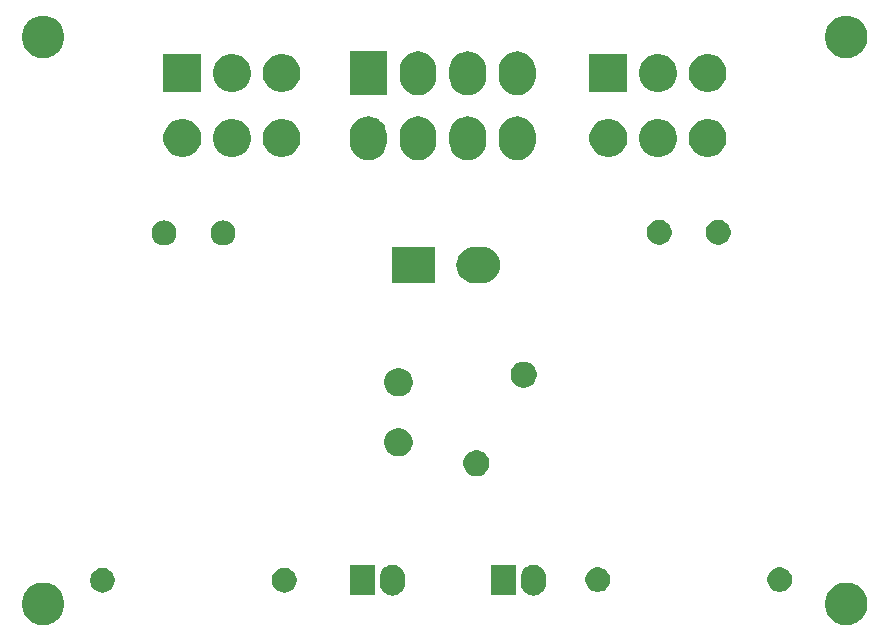
<source format=gbs>
G04 #@! TF.GenerationSoftware,KiCad,Pcbnew,(5.0.1)-3*
G04 #@! TF.CreationDate,2019-01-09T08:56:28+01:00*
G04 #@! TF.ProjectId,P300_HiVolt,503330305F4869566F6C742E6B696361,rev?*
G04 #@! TF.SameCoordinates,Original*
G04 #@! TF.FileFunction,Soldermask,Bot*
G04 #@! TF.FilePolarity,Negative*
%FSLAX46Y46*%
G04 Gerber Fmt 4.6, Leading zero omitted, Abs format (unit mm)*
G04 Created by KiCad (PCBNEW (5.0.1)-3) date 09.01.2019 08:56:28*
%MOMM*%
%LPD*%
G01*
G04 APERTURE LIST*
%ADD10C,0.100000*%
G04 APERTURE END LIST*
D10*
G36*
X154909122Y-110746115D02*
X155025041Y-110769173D01*
X155352620Y-110904861D01*
X155389875Y-110929754D01*
X155647436Y-111101851D01*
X155898149Y-111352564D01*
X156095140Y-111647382D01*
X156230827Y-111974960D01*
X156300000Y-112322714D01*
X156300000Y-112677286D01*
X156230827Y-113025040D01*
X156095140Y-113352618D01*
X155898149Y-113647436D01*
X155647436Y-113898149D01*
X155647433Y-113898151D01*
X155352620Y-114095139D01*
X155025041Y-114230827D01*
X154909122Y-114253885D01*
X154677286Y-114300000D01*
X154322714Y-114300000D01*
X154090878Y-114253885D01*
X153974959Y-114230827D01*
X153647380Y-114095139D01*
X153352567Y-113898151D01*
X153352564Y-113898149D01*
X153101851Y-113647436D01*
X152904860Y-113352618D01*
X152769173Y-113025040D01*
X152700000Y-112677286D01*
X152700000Y-112322714D01*
X152769173Y-111974960D01*
X152904860Y-111647382D01*
X153101851Y-111352564D01*
X153352564Y-111101851D01*
X153610125Y-110929754D01*
X153647380Y-110904861D01*
X153974959Y-110769173D01*
X154090878Y-110746115D01*
X154322714Y-110700000D01*
X154677286Y-110700000D01*
X154909122Y-110746115D01*
X154909122Y-110746115D01*
G37*
G36*
X86909122Y-110746115D02*
X87025041Y-110769173D01*
X87352620Y-110904861D01*
X87389875Y-110929754D01*
X87647436Y-111101851D01*
X87898149Y-111352564D01*
X88095140Y-111647382D01*
X88230827Y-111974960D01*
X88300000Y-112322714D01*
X88300000Y-112677286D01*
X88230827Y-113025040D01*
X88095140Y-113352618D01*
X87898149Y-113647436D01*
X87647436Y-113898149D01*
X87647433Y-113898151D01*
X87352620Y-114095139D01*
X87025041Y-114230827D01*
X86909122Y-114253885D01*
X86677286Y-114300000D01*
X86322714Y-114300000D01*
X86090878Y-114253885D01*
X85974959Y-114230827D01*
X85647380Y-114095139D01*
X85352567Y-113898151D01*
X85352564Y-113898149D01*
X85101851Y-113647436D01*
X84904860Y-113352618D01*
X84769173Y-113025040D01*
X84700000Y-112677286D01*
X84700000Y-112322714D01*
X84769173Y-111974960D01*
X84904860Y-111647382D01*
X85101851Y-111352564D01*
X85352564Y-111101851D01*
X85610125Y-110929754D01*
X85647380Y-110904861D01*
X85974959Y-110769173D01*
X86090878Y-110746115D01*
X86322714Y-110700000D01*
X86677286Y-110700000D01*
X86909122Y-110746115D01*
X86909122Y-110746115D01*
G37*
G36*
X128225756Y-109205482D02*
X128374970Y-109250746D01*
X128427455Y-109266667D01*
X128613336Y-109366022D01*
X128776265Y-109499735D01*
X128909978Y-109662663D01*
X129009333Y-109848544D01*
X129025254Y-109901029D01*
X129070518Y-110050243D01*
X129086000Y-110207436D01*
X129086000Y-110772563D01*
X129070518Y-110929756D01*
X129053043Y-110987362D01*
X129009333Y-111131455D01*
X128909978Y-111317337D01*
X128776265Y-111480265D01*
X128613337Y-111613978D01*
X128427456Y-111713333D01*
X128374971Y-111729254D01*
X128225757Y-111774518D01*
X128016000Y-111795177D01*
X127806244Y-111774518D01*
X127657030Y-111729254D01*
X127604545Y-111713333D01*
X127418664Y-111613978D01*
X127255736Y-111480265D01*
X127122024Y-111317338D01*
X127022666Y-111131453D01*
X127002271Y-111064220D01*
X126961482Y-110929757D01*
X126946000Y-110772564D01*
X126946000Y-110207437D01*
X126961482Y-110050244D01*
X127022666Y-109848549D01*
X127022667Y-109848545D01*
X127122022Y-109662664D01*
X127255735Y-109499735D01*
X127418663Y-109366022D01*
X127604544Y-109266667D01*
X127657029Y-109250746D01*
X127806243Y-109205482D01*
X128016000Y-109184823D01*
X128225756Y-109205482D01*
X128225756Y-109205482D01*
G37*
G36*
X116287756Y-109205482D02*
X116436970Y-109250746D01*
X116489455Y-109266667D01*
X116675336Y-109366022D01*
X116838265Y-109499735D01*
X116971978Y-109662663D01*
X117071333Y-109848544D01*
X117087254Y-109901029D01*
X117132518Y-110050243D01*
X117148000Y-110207436D01*
X117148000Y-110772563D01*
X117132518Y-110929756D01*
X117115043Y-110987362D01*
X117071333Y-111131455D01*
X116971978Y-111317337D01*
X116838265Y-111480265D01*
X116675337Y-111613978D01*
X116489456Y-111713333D01*
X116436971Y-111729254D01*
X116287757Y-111774518D01*
X116078000Y-111795177D01*
X115868244Y-111774518D01*
X115719030Y-111729254D01*
X115666545Y-111713333D01*
X115480664Y-111613978D01*
X115317736Y-111480265D01*
X115184024Y-111317338D01*
X115084666Y-111131453D01*
X115064271Y-111064220D01*
X115023482Y-110929757D01*
X115008000Y-110772564D01*
X115008000Y-110207437D01*
X115023482Y-110050244D01*
X115084666Y-109848549D01*
X115084667Y-109848545D01*
X115184022Y-109662664D01*
X115317735Y-109499735D01*
X115480663Y-109366022D01*
X115666544Y-109266667D01*
X115719029Y-109250746D01*
X115868243Y-109205482D01*
X116078000Y-109184823D01*
X116287756Y-109205482D01*
X116287756Y-109205482D01*
G37*
G36*
X114608000Y-111790000D02*
X112468000Y-111790000D01*
X112468000Y-109190000D01*
X114608000Y-109190000D01*
X114608000Y-111790000D01*
X114608000Y-111790000D01*
G37*
G36*
X126546000Y-111790000D02*
X124406000Y-111790000D01*
X124406000Y-109190000D01*
X126546000Y-109190000D01*
X126546000Y-111790000D01*
X126546000Y-111790000D01*
G37*
G36*
X107059888Y-109444470D02*
X107240274Y-109480350D01*
X107431362Y-109559502D01*
X107603336Y-109674411D01*
X107749589Y-109820664D01*
X107864498Y-109992638D01*
X107943650Y-110183726D01*
X107984000Y-110386584D01*
X107984000Y-110593416D01*
X107943650Y-110796274D01*
X107864498Y-110987362D01*
X107749589Y-111159336D01*
X107603336Y-111305589D01*
X107431362Y-111420498D01*
X107240274Y-111499650D01*
X107059888Y-111535530D01*
X107037417Y-111540000D01*
X106830583Y-111540000D01*
X106808112Y-111535530D01*
X106627726Y-111499650D01*
X106436638Y-111420498D01*
X106264664Y-111305589D01*
X106118411Y-111159336D01*
X106003502Y-110987362D01*
X105924350Y-110796274D01*
X105884000Y-110593416D01*
X105884000Y-110386584D01*
X105924350Y-110183726D01*
X106003502Y-109992638D01*
X106118411Y-109820664D01*
X106264664Y-109674411D01*
X106436638Y-109559502D01*
X106627726Y-109480350D01*
X106808112Y-109444470D01*
X106830583Y-109440000D01*
X107037417Y-109440000D01*
X107059888Y-109444470D01*
X107059888Y-109444470D01*
G37*
G36*
X91659888Y-109444470D02*
X91840274Y-109480350D01*
X92031362Y-109559502D01*
X92203336Y-109674411D01*
X92349589Y-109820664D01*
X92464498Y-109992638D01*
X92543650Y-110183726D01*
X92584000Y-110386584D01*
X92584000Y-110593416D01*
X92543650Y-110796274D01*
X92464498Y-110987362D01*
X92349589Y-111159336D01*
X92203336Y-111305589D01*
X92031362Y-111420498D01*
X91840274Y-111499650D01*
X91659888Y-111535530D01*
X91637417Y-111540000D01*
X91430583Y-111540000D01*
X91408112Y-111535530D01*
X91227726Y-111499650D01*
X91036638Y-111420498D01*
X90864664Y-111305589D01*
X90718411Y-111159336D01*
X90603502Y-110987362D01*
X90524350Y-110796274D01*
X90484000Y-110593416D01*
X90484000Y-110386584D01*
X90524350Y-110183726D01*
X90603502Y-109992638D01*
X90718411Y-109820664D01*
X90864664Y-109674411D01*
X91036638Y-109559502D01*
X91227726Y-109480350D01*
X91408112Y-109444470D01*
X91430583Y-109440000D01*
X91637417Y-109440000D01*
X91659888Y-109444470D01*
X91659888Y-109444470D01*
G37*
G36*
X133589888Y-109394470D02*
X133770274Y-109430350D01*
X133961362Y-109509502D01*
X134133336Y-109624411D01*
X134279589Y-109770664D01*
X134394498Y-109942638D01*
X134473650Y-110133726D01*
X134514000Y-110336584D01*
X134514000Y-110543416D01*
X134473650Y-110746274D01*
X134394498Y-110937362D01*
X134279589Y-111109336D01*
X134133336Y-111255589D01*
X133961362Y-111370498D01*
X133770274Y-111449650D01*
X133589888Y-111485530D01*
X133567417Y-111490000D01*
X133360583Y-111490000D01*
X133338112Y-111485530D01*
X133157726Y-111449650D01*
X132966638Y-111370498D01*
X132794664Y-111255589D01*
X132648411Y-111109336D01*
X132533502Y-110937362D01*
X132454350Y-110746274D01*
X132414000Y-110543416D01*
X132414000Y-110336584D01*
X132454350Y-110133726D01*
X132533502Y-109942638D01*
X132648411Y-109770664D01*
X132794664Y-109624411D01*
X132966638Y-109509502D01*
X133157726Y-109430350D01*
X133338112Y-109394470D01*
X133360583Y-109390000D01*
X133567417Y-109390000D01*
X133589888Y-109394470D01*
X133589888Y-109394470D01*
G37*
G36*
X148989888Y-109394470D02*
X149170274Y-109430350D01*
X149361362Y-109509502D01*
X149533336Y-109624411D01*
X149679589Y-109770664D01*
X149794498Y-109942638D01*
X149873650Y-110133726D01*
X149914000Y-110336584D01*
X149914000Y-110543416D01*
X149873650Y-110746274D01*
X149794498Y-110937362D01*
X149679589Y-111109336D01*
X149533336Y-111255589D01*
X149361362Y-111370498D01*
X149170274Y-111449650D01*
X148989888Y-111485530D01*
X148967417Y-111490000D01*
X148760583Y-111490000D01*
X148738112Y-111485530D01*
X148557726Y-111449650D01*
X148366638Y-111370498D01*
X148194664Y-111255589D01*
X148048411Y-111109336D01*
X147933502Y-110937362D01*
X147854350Y-110746274D01*
X147814000Y-110543416D01*
X147814000Y-110336584D01*
X147854350Y-110133726D01*
X147933502Y-109942638D01*
X148048411Y-109770664D01*
X148194664Y-109624411D01*
X148366638Y-109509502D01*
X148557726Y-109430350D01*
X148738112Y-109394470D01*
X148760583Y-109390000D01*
X148967417Y-109390000D01*
X148989888Y-109394470D01*
X148989888Y-109394470D01*
G37*
G36*
X123510857Y-99526272D02*
X123711042Y-99609191D01*
X123891213Y-99729578D01*
X124044422Y-99882787D01*
X124044424Y-99882790D01*
X124044425Y-99882791D01*
X124126751Y-100006000D01*
X124164809Y-100062958D01*
X124247728Y-100263143D01*
X124290000Y-100475658D01*
X124290000Y-100692342D01*
X124247728Y-100904857D01*
X124164809Y-101105042D01*
X124044422Y-101285213D01*
X123891213Y-101438422D01*
X123711042Y-101558809D01*
X123510857Y-101641728D01*
X123298342Y-101684000D01*
X123081658Y-101684000D01*
X122869143Y-101641728D01*
X122668958Y-101558809D01*
X122488787Y-101438422D01*
X122335578Y-101285213D01*
X122215191Y-101105042D01*
X122132272Y-100904857D01*
X122090000Y-100692342D01*
X122090000Y-100475658D01*
X122132272Y-100263143D01*
X122215191Y-100062958D01*
X122253249Y-100006000D01*
X122335575Y-99882791D01*
X122335576Y-99882790D01*
X122335578Y-99882787D01*
X122488787Y-99729578D01*
X122668958Y-99609191D01*
X122869143Y-99526272D01*
X123081658Y-99484000D01*
X123298342Y-99484000D01*
X123510857Y-99526272D01*
X123510857Y-99526272D01*
G37*
G36*
X116936026Y-97652115D02*
X117154412Y-97742573D01*
X117350958Y-97873901D01*
X117518099Y-98041042D01*
X117649427Y-98237588D01*
X117739885Y-98455974D01*
X117786000Y-98687809D01*
X117786000Y-98924191D01*
X117739885Y-99156026D01*
X117649427Y-99374412D01*
X117518099Y-99570958D01*
X117350958Y-99738099D01*
X117154412Y-99869427D01*
X116936026Y-99959885D01*
X116704191Y-100006000D01*
X116467809Y-100006000D01*
X116235974Y-99959885D01*
X116017588Y-99869427D01*
X115821042Y-99738099D01*
X115653901Y-99570958D01*
X115522573Y-99374412D01*
X115432115Y-99156026D01*
X115386000Y-98924191D01*
X115386000Y-98687809D01*
X115432115Y-98455974D01*
X115522573Y-98237588D01*
X115653901Y-98041042D01*
X115821042Y-97873901D01*
X116017588Y-97742573D01*
X116235974Y-97652115D01*
X116467809Y-97606000D01*
X116704191Y-97606000D01*
X116936026Y-97652115D01*
X116936026Y-97652115D01*
G37*
G36*
X116946026Y-92572115D02*
X117164412Y-92662573D01*
X117360958Y-92793901D01*
X117528099Y-92961042D01*
X117659427Y-93157588D01*
X117749885Y-93375974D01*
X117796000Y-93607809D01*
X117796000Y-93844191D01*
X117749885Y-94076026D01*
X117659427Y-94294412D01*
X117528099Y-94490958D01*
X117360958Y-94658099D01*
X117164412Y-94789427D01*
X116946026Y-94879885D01*
X116714191Y-94926000D01*
X116477809Y-94926000D01*
X116245974Y-94879885D01*
X116027588Y-94789427D01*
X115831042Y-94658099D01*
X115663901Y-94490958D01*
X115532573Y-94294412D01*
X115442115Y-94076026D01*
X115396000Y-93844191D01*
X115396000Y-93607809D01*
X115442115Y-93375974D01*
X115532573Y-93157588D01*
X115663901Y-92961042D01*
X115831042Y-92793901D01*
X116027588Y-92662573D01*
X116245974Y-92572115D01*
X116477809Y-92526000D01*
X116714191Y-92526000D01*
X116946026Y-92572115D01*
X116946026Y-92572115D01*
G37*
G36*
X127510857Y-92026272D02*
X127711042Y-92109191D01*
X127891213Y-92229578D01*
X128044422Y-92382787D01*
X128164809Y-92562958D01*
X128247728Y-92763143D01*
X128290000Y-92975658D01*
X128290000Y-93192342D01*
X128247728Y-93404857D01*
X128164809Y-93605042D01*
X128044422Y-93785213D01*
X127891213Y-93938422D01*
X127711042Y-94058809D01*
X127510857Y-94141728D01*
X127298342Y-94184000D01*
X127081658Y-94184000D01*
X126869143Y-94141728D01*
X126668958Y-94058809D01*
X126488787Y-93938422D01*
X126335578Y-93785213D01*
X126215191Y-93605042D01*
X126132272Y-93404857D01*
X126090000Y-93192342D01*
X126090000Y-92975658D01*
X126132272Y-92763143D01*
X126215191Y-92562958D01*
X126335578Y-92382787D01*
X126488787Y-92229578D01*
X126668958Y-92109191D01*
X126869143Y-92026272D01*
X127081658Y-91984000D01*
X127298342Y-91984000D01*
X127510857Y-92026272D01*
X127510857Y-92026272D01*
G37*
G36*
X123959854Y-82292427D02*
X124252027Y-82381058D01*
X124252029Y-82381059D01*
X124521300Y-82524987D01*
X124521302Y-82524988D01*
X124521301Y-82524988D01*
X124757318Y-82718682D01*
X124951012Y-82954699D01*
X125094942Y-83223973D01*
X125183573Y-83516146D01*
X125213499Y-83820000D01*
X125183573Y-84123854D01*
X125094942Y-84416027D01*
X125094941Y-84416029D01*
X124951013Y-84685300D01*
X124757318Y-84921318D01*
X124521300Y-85115013D01*
X124252029Y-85258941D01*
X124252027Y-85258942D01*
X123959854Y-85347573D01*
X123732142Y-85370000D01*
X122979858Y-85370000D01*
X122752146Y-85347573D01*
X122459973Y-85258942D01*
X122459971Y-85258941D01*
X122190700Y-85115013D01*
X121954682Y-84921318D01*
X121760987Y-84685300D01*
X121617059Y-84416029D01*
X121617058Y-84416027D01*
X121528427Y-84123854D01*
X121498501Y-83820000D01*
X121528427Y-83516146D01*
X121617058Y-83223973D01*
X121760988Y-82954699D01*
X121954682Y-82718682D01*
X122190699Y-82524988D01*
X122190698Y-82524988D01*
X122190700Y-82524987D01*
X122459971Y-82381059D01*
X122459973Y-82381058D01*
X122752146Y-82292427D01*
X122979858Y-82270000D01*
X123732142Y-82270000D01*
X123959854Y-82292427D01*
X123959854Y-82292427D01*
G37*
G36*
X119706000Y-85370000D02*
X116006000Y-85370000D01*
X116006000Y-82270000D01*
X119706000Y-82270000D01*
X119706000Y-85370000D01*
X119706000Y-85370000D01*
G37*
G36*
X101859888Y-80044470D02*
X102040274Y-80080350D01*
X102231362Y-80159502D01*
X102403336Y-80274411D01*
X102549589Y-80420664D01*
X102664498Y-80592638D01*
X102743650Y-80783726D01*
X102784000Y-80986584D01*
X102784000Y-81193416D01*
X102743650Y-81396274D01*
X102664498Y-81587362D01*
X102549589Y-81759336D01*
X102403336Y-81905589D01*
X102231362Y-82020498D01*
X102040274Y-82099650D01*
X101859888Y-82135530D01*
X101837417Y-82140000D01*
X101630583Y-82140000D01*
X101608112Y-82135530D01*
X101427726Y-82099650D01*
X101236638Y-82020498D01*
X101064664Y-81905589D01*
X100918411Y-81759336D01*
X100803502Y-81587362D01*
X100724350Y-81396274D01*
X100684000Y-81193416D01*
X100684000Y-80986584D01*
X100724350Y-80783726D01*
X100803502Y-80592638D01*
X100918411Y-80420664D01*
X101064664Y-80274411D01*
X101236638Y-80159502D01*
X101427726Y-80080350D01*
X101608112Y-80044470D01*
X101630583Y-80040000D01*
X101837417Y-80040000D01*
X101859888Y-80044470D01*
X101859888Y-80044470D01*
G37*
G36*
X96859888Y-80044470D02*
X97040274Y-80080350D01*
X97231362Y-80159502D01*
X97403336Y-80274411D01*
X97549589Y-80420664D01*
X97664498Y-80592638D01*
X97743650Y-80783726D01*
X97784000Y-80986584D01*
X97784000Y-81193416D01*
X97743650Y-81396274D01*
X97664498Y-81587362D01*
X97549589Y-81759336D01*
X97403336Y-81905589D01*
X97231362Y-82020498D01*
X97040274Y-82099650D01*
X96859888Y-82135530D01*
X96837417Y-82140000D01*
X96630583Y-82140000D01*
X96608112Y-82135530D01*
X96427726Y-82099650D01*
X96236638Y-82020498D01*
X96064664Y-81905589D01*
X95918411Y-81759336D01*
X95803502Y-81587362D01*
X95724350Y-81396274D01*
X95684000Y-81193416D01*
X95684000Y-80986584D01*
X95724350Y-80783726D01*
X95803502Y-80592638D01*
X95918411Y-80420664D01*
X96064664Y-80274411D01*
X96236638Y-80159502D01*
X96427726Y-80080350D01*
X96608112Y-80044470D01*
X96630583Y-80040000D01*
X96837417Y-80040000D01*
X96859888Y-80044470D01*
X96859888Y-80044470D01*
G37*
G36*
X143789888Y-79994470D02*
X143970274Y-80030350D01*
X144161362Y-80109502D01*
X144333336Y-80224411D01*
X144479589Y-80370664D01*
X144594498Y-80542638D01*
X144673650Y-80733726D01*
X144714000Y-80936584D01*
X144714000Y-81143416D01*
X144673650Y-81346274D01*
X144594498Y-81537362D01*
X144479589Y-81709336D01*
X144333336Y-81855589D01*
X144161362Y-81970498D01*
X143970274Y-82049650D01*
X143789888Y-82085530D01*
X143767417Y-82090000D01*
X143560583Y-82090000D01*
X143538112Y-82085530D01*
X143357726Y-82049650D01*
X143166638Y-81970498D01*
X142994664Y-81855589D01*
X142848411Y-81709336D01*
X142733502Y-81537362D01*
X142654350Y-81346274D01*
X142614000Y-81143416D01*
X142614000Y-80936584D01*
X142654350Y-80733726D01*
X142733502Y-80542638D01*
X142848411Y-80370664D01*
X142994664Y-80224411D01*
X143166638Y-80109502D01*
X143357726Y-80030350D01*
X143538112Y-79994470D01*
X143560583Y-79990000D01*
X143767417Y-79990000D01*
X143789888Y-79994470D01*
X143789888Y-79994470D01*
G37*
G36*
X138789888Y-79994470D02*
X138970274Y-80030350D01*
X139161362Y-80109502D01*
X139333336Y-80224411D01*
X139479589Y-80370664D01*
X139594498Y-80542638D01*
X139673650Y-80733726D01*
X139714000Y-80936584D01*
X139714000Y-81143416D01*
X139673650Y-81346274D01*
X139594498Y-81537362D01*
X139479589Y-81709336D01*
X139333336Y-81855589D01*
X139161362Y-81970498D01*
X138970274Y-82049650D01*
X138789888Y-82085530D01*
X138767417Y-82090000D01*
X138560583Y-82090000D01*
X138538112Y-82085530D01*
X138357726Y-82049650D01*
X138166638Y-81970498D01*
X137994664Y-81855589D01*
X137848411Y-81709336D01*
X137733502Y-81537362D01*
X137654350Y-81346274D01*
X137614000Y-81143416D01*
X137614000Y-80936584D01*
X137654350Y-80733726D01*
X137733502Y-80542638D01*
X137848411Y-80370664D01*
X137994664Y-80224411D01*
X138166638Y-80109502D01*
X138357726Y-80030350D01*
X138538112Y-79994470D01*
X138560583Y-79990000D01*
X138767417Y-79990000D01*
X138789888Y-79994470D01*
X138789888Y-79994470D01*
G37*
G36*
X126949853Y-71236427D02*
X127242026Y-71325058D01*
X127511301Y-71468988D01*
X127580144Y-71525486D01*
X127747318Y-71662682D01*
X127941013Y-71898700D01*
X128018707Y-72044056D01*
X128084942Y-72167973D01*
X128173573Y-72460146D01*
X128196000Y-72687858D01*
X128196000Y-73440141D01*
X128173573Y-73667848D01*
X128173572Y-73667851D01*
X128173572Y-73667852D01*
X128084941Y-73960029D01*
X127941013Y-74229300D01*
X127747318Y-74465318D01*
X127511300Y-74659013D01*
X127242029Y-74802941D01*
X127242027Y-74802942D01*
X126949854Y-74891573D01*
X126646000Y-74921499D01*
X126342147Y-74891573D01*
X126049974Y-74802942D01*
X125780699Y-74659012D01*
X125544682Y-74465318D01*
X125350987Y-74229300D01*
X125207059Y-73960029D01*
X125207058Y-73960027D01*
X125118427Y-73667854D01*
X125096000Y-73440142D01*
X125096000Y-72687859D01*
X125118427Y-72460147D01*
X125207058Y-72167974D01*
X125350988Y-71898699D01*
X125544682Y-71662682D01*
X125780699Y-71468988D01*
X125780698Y-71468988D01*
X125780700Y-71468987D01*
X126049971Y-71325059D01*
X126049973Y-71325058D01*
X126342146Y-71236427D01*
X126646000Y-71206501D01*
X126949853Y-71236427D01*
X126949853Y-71236427D01*
G37*
G36*
X114349853Y-71236427D02*
X114642026Y-71325058D01*
X114911301Y-71468988D01*
X114980144Y-71525486D01*
X115147318Y-71662682D01*
X115341013Y-71898700D01*
X115418707Y-72044056D01*
X115484942Y-72167973D01*
X115573573Y-72460146D01*
X115596000Y-72687858D01*
X115596000Y-73440141D01*
X115573573Y-73667848D01*
X115573572Y-73667851D01*
X115573572Y-73667852D01*
X115484941Y-73960029D01*
X115341013Y-74229300D01*
X115147318Y-74465318D01*
X114911300Y-74659013D01*
X114642029Y-74802941D01*
X114642027Y-74802942D01*
X114349854Y-74891573D01*
X114046000Y-74921499D01*
X113742147Y-74891573D01*
X113449974Y-74802942D01*
X113180699Y-74659012D01*
X112944682Y-74465318D01*
X112750987Y-74229300D01*
X112607059Y-73960029D01*
X112607058Y-73960027D01*
X112518427Y-73667854D01*
X112496000Y-73440142D01*
X112496000Y-72687859D01*
X112518427Y-72460147D01*
X112607058Y-72167974D01*
X112750988Y-71898699D01*
X112944682Y-71662682D01*
X113180699Y-71468988D01*
X113180698Y-71468988D01*
X113180700Y-71468987D01*
X113449971Y-71325059D01*
X113449973Y-71325058D01*
X113742146Y-71236427D01*
X114046000Y-71206501D01*
X114349853Y-71236427D01*
X114349853Y-71236427D01*
G37*
G36*
X122749853Y-71236427D02*
X123042026Y-71325058D01*
X123311301Y-71468988D01*
X123380144Y-71525486D01*
X123547318Y-71662682D01*
X123741013Y-71898700D01*
X123818707Y-72044056D01*
X123884942Y-72167973D01*
X123973573Y-72460146D01*
X123996000Y-72687858D01*
X123996000Y-73440141D01*
X123973573Y-73667848D01*
X123973572Y-73667851D01*
X123973572Y-73667852D01*
X123884941Y-73960029D01*
X123741013Y-74229300D01*
X123547318Y-74465318D01*
X123311300Y-74659013D01*
X123042029Y-74802941D01*
X123042027Y-74802942D01*
X122749854Y-74891573D01*
X122446000Y-74921499D01*
X122142147Y-74891573D01*
X121849974Y-74802942D01*
X121580699Y-74659012D01*
X121344682Y-74465318D01*
X121150987Y-74229300D01*
X121007059Y-73960029D01*
X121007058Y-73960027D01*
X120918427Y-73667854D01*
X120896000Y-73440142D01*
X120896000Y-72687859D01*
X120918427Y-72460147D01*
X121007058Y-72167974D01*
X121150988Y-71898699D01*
X121344682Y-71662682D01*
X121580699Y-71468988D01*
X121580698Y-71468988D01*
X121580700Y-71468987D01*
X121849971Y-71325059D01*
X121849973Y-71325058D01*
X122142146Y-71236427D01*
X122446000Y-71206501D01*
X122749853Y-71236427D01*
X122749853Y-71236427D01*
G37*
G36*
X118549853Y-71236427D02*
X118842026Y-71325058D01*
X119111301Y-71468988D01*
X119180144Y-71525486D01*
X119347318Y-71662682D01*
X119541013Y-71898700D01*
X119618707Y-72044056D01*
X119684942Y-72167973D01*
X119773573Y-72460146D01*
X119796000Y-72687858D01*
X119796000Y-73440141D01*
X119773573Y-73667848D01*
X119773572Y-73667851D01*
X119773572Y-73667852D01*
X119684941Y-73960029D01*
X119541013Y-74229300D01*
X119347318Y-74465318D01*
X119111300Y-74659013D01*
X118842029Y-74802941D01*
X118842027Y-74802942D01*
X118549854Y-74891573D01*
X118246000Y-74921499D01*
X117942147Y-74891573D01*
X117649974Y-74802942D01*
X117380699Y-74659012D01*
X117144682Y-74465318D01*
X116950987Y-74229300D01*
X116807059Y-73960029D01*
X116807058Y-73960027D01*
X116718427Y-73667854D01*
X116696000Y-73440142D01*
X116696000Y-72687859D01*
X116718427Y-72460147D01*
X116807058Y-72167974D01*
X116950988Y-71898699D01*
X117144682Y-71662682D01*
X117380699Y-71468988D01*
X117380698Y-71468988D01*
X117380700Y-71468987D01*
X117649971Y-71325059D01*
X117649973Y-71325058D01*
X117942146Y-71236427D01*
X118246000Y-71206501D01*
X118549853Y-71236427D01*
X118549853Y-71236427D01*
G37*
G36*
X107164703Y-71525486D02*
X107455883Y-71646097D01*
X107717944Y-71821201D01*
X107940799Y-72044056D01*
X108115903Y-72306117D01*
X108236514Y-72597297D01*
X108298000Y-72906412D01*
X108298000Y-73221588D01*
X108236514Y-73530703D01*
X108115903Y-73821883D01*
X107940799Y-74083944D01*
X107717944Y-74306799D01*
X107455883Y-74481903D01*
X107164703Y-74602514D01*
X106855588Y-74664000D01*
X106540412Y-74664000D01*
X106231297Y-74602514D01*
X105940117Y-74481903D01*
X105678056Y-74306799D01*
X105455201Y-74083944D01*
X105280097Y-73821883D01*
X105159486Y-73530703D01*
X105098000Y-73221588D01*
X105098000Y-72906412D01*
X105159486Y-72597297D01*
X105280097Y-72306117D01*
X105455201Y-72044056D01*
X105678056Y-71821201D01*
X105940117Y-71646097D01*
X106231297Y-71525486D01*
X106540412Y-71464000D01*
X106855588Y-71464000D01*
X107164703Y-71525486D01*
X107164703Y-71525486D01*
G37*
G36*
X134832703Y-71525486D02*
X135123883Y-71646097D01*
X135385944Y-71821201D01*
X135608799Y-72044056D01*
X135783903Y-72306117D01*
X135904514Y-72597297D01*
X135966000Y-72906412D01*
X135966000Y-73221588D01*
X135904514Y-73530703D01*
X135783903Y-73821883D01*
X135608799Y-74083944D01*
X135385944Y-74306799D01*
X135123883Y-74481903D01*
X134832703Y-74602514D01*
X134523588Y-74664000D01*
X134208412Y-74664000D01*
X133899297Y-74602514D01*
X133608117Y-74481903D01*
X133346056Y-74306799D01*
X133123201Y-74083944D01*
X132948097Y-73821883D01*
X132827486Y-73530703D01*
X132766000Y-73221588D01*
X132766000Y-72906412D01*
X132827486Y-72597297D01*
X132948097Y-72306117D01*
X133123201Y-72044056D01*
X133346056Y-71821201D01*
X133608117Y-71646097D01*
X133899297Y-71525486D01*
X134208412Y-71464000D01*
X134523588Y-71464000D01*
X134832703Y-71525486D01*
X134832703Y-71525486D01*
G37*
G36*
X102964703Y-71525486D02*
X103255883Y-71646097D01*
X103517944Y-71821201D01*
X103740799Y-72044056D01*
X103915903Y-72306117D01*
X104036514Y-72597297D01*
X104098000Y-72906412D01*
X104098000Y-73221588D01*
X104036514Y-73530703D01*
X103915903Y-73821883D01*
X103740799Y-74083944D01*
X103517944Y-74306799D01*
X103255883Y-74481903D01*
X102964703Y-74602514D01*
X102655588Y-74664000D01*
X102340412Y-74664000D01*
X102031297Y-74602514D01*
X101740117Y-74481903D01*
X101478056Y-74306799D01*
X101255201Y-74083944D01*
X101080097Y-73821883D01*
X100959486Y-73530703D01*
X100898000Y-73221588D01*
X100898000Y-72906412D01*
X100959486Y-72597297D01*
X101080097Y-72306117D01*
X101255201Y-72044056D01*
X101478056Y-71821201D01*
X101740117Y-71646097D01*
X102031297Y-71525486D01*
X102340412Y-71464000D01*
X102655588Y-71464000D01*
X102964703Y-71525486D01*
X102964703Y-71525486D01*
G37*
G36*
X143232703Y-71525486D02*
X143523883Y-71646097D01*
X143785944Y-71821201D01*
X144008799Y-72044056D01*
X144183903Y-72306117D01*
X144304514Y-72597297D01*
X144366000Y-72906412D01*
X144366000Y-73221588D01*
X144304514Y-73530703D01*
X144183903Y-73821883D01*
X144008799Y-74083944D01*
X143785944Y-74306799D01*
X143523883Y-74481903D01*
X143232703Y-74602514D01*
X142923588Y-74664000D01*
X142608412Y-74664000D01*
X142299297Y-74602514D01*
X142008117Y-74481903D01*
X141746056Y-74306799D01*
X141523201Y-74083944D01*
X141348097Y-73821883D01*
X141227486Y-73530703D01*
X141166000Y-73221588D01*
X141166000Y-72906412D01*
X141227486Y-72597297D01*
X141348097Y-72306117D01*
X141523201Y-72044056D01*
X141746056Y-71821201D01*
X142008117Y-71646097D01*
X142299297Y-71525486D01*
X142608412Y-71464000D01*
X142923588Y-71464000D01*
X143232703Y-71525486D01*
X143232703Y-71525486D01*
G37*
G36*
X139032703Y-71525486D02*
X139323883Y-71646097D01*
X139585944Y-71821201D01*
X139808799Y-72044056D01*
X139983903Y-72306117D01*
X140104514Y-72597297D01*
X140166000Y-72906412D01*
X140166000Y-73221588D01*
X140104514Y-73530703D01*
X139983903Y-73821883D01*
X139808799Y-74083944D01*
X139585944Y-74306799D01*
X139323883Y-74481903D01*
X139032703Y-74602514D01*
X138723588Y-74664000D01*
X138408412Y-74664000D01*
X138099297Y-74602514D01*
X137808117Y-74481903D01*
X137546056Y-74306799D01*
X137323201Y-74083944D01*
X137148097Y-73821883D01*
X137027486Y-73530703D01*
X136966000Y-73221588D01*
X136966000Y-72906412D01*
X137027486Y-72597297D01*
X137148097Y-72306117D01*
X137323201Y-72044056D01*
X137546056Y-71821201D01*
X137808117Y-71646097D01*
X138099297Y-71525486D01*
X138408412Y-71464000D01*
X138723588Y-71464000D01*
X139032703Y-71525486D01*
X139032703Y-71525486D01*
G37*
G36*
X98764703Y-71525486D02*
X99055883Y-71646097D01*
X99317944Y-71821201D01*
X99540799Y-72044056D01*
X99715903Y-72306117D01*
X99836514Y-72597297D01*
X99898000Y-72906412D01*
X99898000Y-73221588D01*
X99836514Y-73530703D01*
X99715903Y-73821883D01*
X99540799Y-74083944D01*
X99317944Y-74306799D01*
X99055883Y-74481903D01*
X98764703Y-74602514D01*
X98455588Y-74664000D01*
X98140412Y-74664000D01*
X97831297Y-74602514D01*
X97540117Y-74481903D01*
X97278056Y-74306799D01*
X97055201Y-74083944D01*
X96880097Y-73821883D01*
X96759486Y-73530703D01*
X96698000Y-73221588D01*
X96698000Y-72906412D01*
X96759486Y-72597297D01*
X96880097Y-72306117D01*
X97055201Y-72044056D01*
X97278056Y-71821201D01*
X97540117Y-71646097D01*
X97831297Y-71525486D01*
X98140412Y-71464000D01*
X98455588Y-71464000D01*
X98764703Y-71525486D01*
X98764703Y-71525486D01*
G37*
G36*
X122749853Y-65736427D02*
X123042026Y-65825058D01*
X123311301Y-65968988D01*
X123465018Y-66095140D01*
X123547318Y-66162682D01*
X123741013Y-66398700D01*
X123818707Y-66544056D01*
X123884942Y-66667973D01*
X123973573Y-66960146D01*
X123996000Y-67187858D01*
X123996000Y-67940141D01*
X123973573Y-68167848D01*
X123973572Y-68167851D01*
X123973572Y-68167852D01*
X123884941Y-68460029D01*
X123741013Y-68729300D01*
X123547318Y-68965318D01*
X123311300Y-69159013D01*
X123042029Y-69302941D01*
X123042027Y-69302942D01*
X122749854Y-69391573D01*
X122446000Y-69421499D01*
X122142147Y-69391573D01*
X121849974Y-69302942D01*
X121580699Y-69159012D01*
X121344682Y-68965318D01*
X121150987Y-68729300D01*
X121007059Y-68460029D01*
X121007058Y-68460027D01*
X120918427Y-68167854D01*
X120896000Y-67940142D01*
X120896000Y-67187859D01*
X120918427Y-66960147D01*
X121007058Y-66667974D01*
X121150988Y-66398699D01*
X121344682Y-66162682D01*
X121580699Y-65968988D01*
X121580698Y-65968988D01*
X121580700Y-65968987D01*
X121849971Y-65825059D01*
X121849973Y-65825058D01*
X122142146Y-65736427D01*
X122446000Y-65706501D01*
X122749853Y-65736427D01*
X122749853Y-65736427D01*
G37*
G36*
X118549853Y-65736427D02*
X118842026Y-65825058D01*
X119111301Y-65968988D01*
X119265018Y-66095140D01*
X119347318Y-66162682D01*
X119541013Y-66398700D01*
X119618707Y-66544056D01*
X119684942Y-66667973D01*
X119773573Y-66960146D01*
X119796000Y-67187858D01*
X119796000Y-67940141D01*
X119773573Y-68167848D01*
X119773572Y-68167851D01*
X119773572Y-68167852D01*
X119684941Y-68460029D01*
X119541013Y-68729300D01*
X119347318Y-68965318D01*
X119111300Y-69159013D01*
X118842029Y-69302941D01*
X118842027Y-69302942D01*
X118549854Y-69391573D01*
X118246000Y-69421499D01*
X117942147Y-69391573D01*
X117649974Y-69302942D01*
X117380699Y-69159012D01*
X117144682Y-68965318D01*
X116950987Y-68729300D01*
X116807059Y-68460029D01*
X116807058Y-68460027D01*
X116718427Y-68167854D01*
X116696000Y-67940142D01*
X116696000Y-67187859D01*
X116718427Y-66960147D01*
X116807058Y-66667974D01*
X116950988Y-66398699D01*
X117144682Y-66162682D01*
X117380699Y-65968988D01*
X117380698Y-65968988D01*
X117380700Y-65968987D01*
X117649971Y-65825059D01*
X117649973Y-65825058D01*
X117942146Y-65736427D01*
X118246000Y-65706501D01*
X118549853Y-65736427D01*
X118549853Y-65736427D01*
G37*
G36*
X126949853Y-65736427D02*
X127242026Y-65825058D01*
X127511301Y-65968988D01*
X127665018Y-66095140D01*
X127747318Y-66162682D01*
X127941013Y-66398700D01*
X128018707Y-66544056D01*
X128084942Y-66667973D01*
X128173573Y-66960146D01*
X128196000Y-67187858D01*
X128196000Y-67940141D01*
X128173573Y-68167848D01*
X128173572Y-68167851D01*
X128173572Y-68167852D01*
X128084941Y-68460029D01*
X127941013Y-68729300D01*
X127747318Y-68965318D01*
X127511300Y-69159013D01*
X127242029Y-69302941D01*
X127242027Y-69302942D01*
X126949854Y-69391573D01*
X126646000Y-69421499D01*
X126342147Y-69391573D01*
X126049974Y-69302942D01*
X125780699Y-69159012D01*
X125544682Y-68965318D01*
X125350987Y-68729300D01*
X125207059Y-68460029D01*
X125207058Y-68460027D01*
X125118427Y-68167854D01*
X125096000Y-67940142D01*
X125096000Y-67187859D01*
X125118427Y-66960147D01*
X125207058Y-66667974D01*
X125350988Y-66398699D01*
X125544682Y-66162682D01*
X125780699Y-65968988D01*
X125780698Y-65968988D01*
X125780700Y-65968987D01*
X126049971Y-65825059D01*
X126049973Y-65825058D01*
X126342146Y-65736427D01*
X126646000Y-65706501D01*
X126949853Y-65736427D01*
X126949853Y-65736427D01*
G37*
G36*
X115596000Y-69414000D02*
X112496000Y-69414000D01*
X112496000Y-65714000D01*
X115596000Y-65714000D01*
X115596000Y-69414000D01*
X115596000Y-69414000D01*
G37*
G36*
X135966000Y-69164000D02*
X132766000Y-69164000D01*
X132766000Y-65964000D01*
X135966000Y-65964000D01*
X135966000Y-69164000D01*
X135966000Y-69164000D01*
G37*
G36*
X107164703Y-66025486D02*
X107455883Y-66146097D01*
X107717944Y-66321201D01*
X107940799Y-66544056D01*
X108115903Y-66806117D01*
X108236514Y-67097297D01*
X108298000Y-67406412D01*
X108298000Y-67721588D01*
X108236514Y-68030703D01*
X108115903Y-68321883D01*
X107940799Y-68583944D01*
X107717944Y-68806799D01*
X107455883Y-68981903D01*
X107164703Y-69102514D01*
X106855588Y-69164000D01*
X106540412Y-69164000D01*
X106231297Y-69102514D01*
X105940117Y-68981903D01*
X105678056Y-68806799D01*
X105455201Y-68583944D01*
X105280097Y-68321883D01*
X105159486Y-68030703D01*
X105098000Y-67721588D01*
X105098000Y-67406412D01*
X105159486Y-67097297D01*
X105280097Y-66806117D01*
X105455201Y-66544056D01*
X105678056Y-66321201D01*
X105940117Y-66146097D01*
X106231297Y-66025486D01*
X106540412Y-65964000D01*
X106855588Y-65964000D01*
X107164703Y-66025486D01*
X107164703Y-66025486D01*
G37*
G36*
X102964703Y-66025486D02*
X103255883Y-66146097D01*
X103517944Y-66321201D01*
X103740799Y-66544056D01*
X103915903Y-66806117D01*
X104036514Y-67097297D01*
X104098000Y-67406412D01*
X104098000Y-67721588D01*
X104036514Y-68030703D01*
X103915903Y-68321883D01*
X103740799Y-68583944D01*
X103517944Y-68806799D01*
X103255883Y-68981903D01*
X102964703Y-69102514D01*
X102655588Y-69164000D01*
X102340412Y-69164000D01*
X102031297Y-69102514D01*
X101740117Y-68981903D01*
X101478056Y-68806799D01*
X101255201Y-68583944D01*
X101080097Y-68321883D01*
X100959486Y-68030703D01*
X100898000Y-67721588D01*
X100898000Y-67406412D01*
X100959486Y-67097297D01*
X101080097Y-66806117D01*
X101255201Y-66544056D01*
X101478056Y-66321201D01*
X101740117Y-66146097D01*
X102031297Y-66025486D01*
X102340412Y-65964000D01*
X102655588Y-65964000D01*
X102964703Y-66025486D01*
X102964703Y-66025486D01*
G37*
G36*
X99898000Y-69164000D02*
X96698000Y-69164000D01*
X96698000Y-65964000D01*
X99898000Y-65964000D01*
X99898000Y-69164000D01*
X99898000Y-69164000D01*
G37*
G36*
X143232703Y-66025486D02*
X143523883Y-66146097D01*
X143785944Y-66321201D01*
X144008799Y-66544056D01*
X144183903Y-66806117D01*
X144304514Y-67097297D01*
X144366000Y-67406412D01*
X144366000Y-67721588D01*
X144304514Y-68030703D01*
X144183903Y-68321883D01*
X144008799Y-68583944D01*
X143785944Y-68806799D01*
X143523883Y-68981903D01*
X143232703Y-69102514D01*
X142923588Y-69164000D01*
X142608412Y-69164000D01*
X142299297Y-69102514D01*
X142008117Y-68981903D01*
X141746056Y-68806799D01*
X141523201Y-68583944D01*
X141348097Y-68321883D01*
X141227486Y-68030703D01*
X141166000Y-67721588D01*
X141166000Y-67406412D01*
X141227486Y-67097297D01*
X141348097Y-66806117D01*
X141523201Y-66544056D01*
X141746056Y-66321201D01*
X142008117Y-66146097D01*
X142299297Y-66025486D01*
X142608412Y-65964000D01*
X142923588Y-65964000D01*
X143232703Y-66025486D01*
X143232703Y-66025486D01*
G37*
G36*
X139032703Y-66025486D02*
X139323883Y-66146097D01*
X139585944Y-66321201D01*
X139808799Y-66544056D01*
X139983903Y-66806117D01*
X140104514Y-67097297D01*
X140166000Y-67406412D01*
X140166000Y-67721588D01*
X140104514Y-68030703D01*
X139983903Y-68321883D01*
X139808799Y-68583944D01*
X139585944Y-68806799D01*
X139323883Y-68981903D01*
X139032703Y-69102514D01*
X138723588Y-69164000D01*
X138408412Y-69164000D01*
X138099297Y-69102514D01*
X137808117Y-68981903D01*
X137546056Y-68806799D01*
X137323201Y-68583944D01*
X137148097Y-68321883D01*
X137027486Y-68030703D01*
X136966000Y-67721588D01*
X136966000Y-67406412D01*
X137027486Y-67097297D01*
X137148097Y-66806117D01*
X137323201Y-66544056D01*
X137546056Y-66321201D01*
X137808117Y-66146097D01*
X138099297Y-66025486D01*
X138408412Y-65964000D01*
X138723588Y-65964000D01*
X139032703Y-66025486D01*
X139032703Y-66025486D01*
G37*
G36*
X154909122Y-62746115D02*
X155025041Y-62769173D01*
X155352620Y-62904861D01*
X155643511Y-63099228D01*
X155647436Y-63101851D01*
X155898149Y-63352564D01*
X156095140Y-63647382D01*
X156230827Y-63974960D01*
X156300000Y-64322714D01*
X156300000Y-64677286D01*
X156230827Y-65025040D01*
X156095140Y-65352618D01*
X155898149Y-65647436D01*
X155647436Y-65898149D01*
X155647433Y-65898151D01*
X155352620Y-66095139D01*
X155025041Y-66230827D01*
X154909122Y-66253885D01*
X154677286Y-66300000D01*
X154322714Y-66300000D01*
X154090878Y-66253885D01*
X153974959Y-66230827D01*
X153647380Y-66095139D01*
X153352567Y-65898151D01*
X153352564Y-65898149D01*
X153101851Y-65647436D01*
X152904860Y-65352618D01*
X152769173Y-65025040D01*
X152700000Y-64677286D01*
X152700000Y-64322714D01*
X152769173Y-63974960D01*
X152904860Y-63647382D01*
X153101851Y-63352564D01*
X153352564Y-63101851D01*
X153356489Y-63099228D01*
X153647380Y-62904861D01*
X153974959Y-62769173D01*
X154090878Y-62746115D01*
X154322714Y-62700000D01*
X154677286Y-62700000D01*
X154909122Y-62746115D01*
X154909122Y-62746115D01*
G37*
G36*
X86909122Y-62746115D02*
X87025041Y-62769173D01*
X87352620Y-62904861D01*
X87643511Y-63099228D01*
X87647436Y-63101851D01*
X87898149Y-63352564D01*
X88095140Y-63647382D01*
X88230827Y-63974960D01*
X88300000Y-64322714D01*
X88300000Y-64677286D01*
X88230827Y-65025040D01*
X88095140Y-65352618D01*
X87898149Y-65647436D01*
X87647436Y-65898149D01*
X87647433Y-65898151D01*
X87352620Y-66095139D01*
X87025041Y-66230827D01*
X86909122Y-66253885D01*
X86677286Y-66300000D01*
X86322714Y-66300000D01*
X86090878Y-66253885D01*
X85974959Y-66230827D01*
X85647380Y-66095139D01*
X85352567Y-65898151D01*
X85352564Y-65898149D01*
X85101851Y-65647436D01*
X84904860Y-65352618D01*
X84769173Y-65025040D01*
X84700000Y-64677286D01*
X84700000Y-64322714D01*
X84769173Y-63974960D01*
X84904860Y-63647382D01*
X85101851Y-63352564D01*
X85352564Y-63101851D01*
X85356489Y-63099228D01*
X85647380Y-62904861D01*
X85974959Y-62769173D01*
X86090878Y-62746115D01*
X86322714Y-62700000D01*
X86677286Y-62700000D01*
X86909122Y-62746115D01*
X86909122Y-62746115D01*
G37*
M02*

</source>
